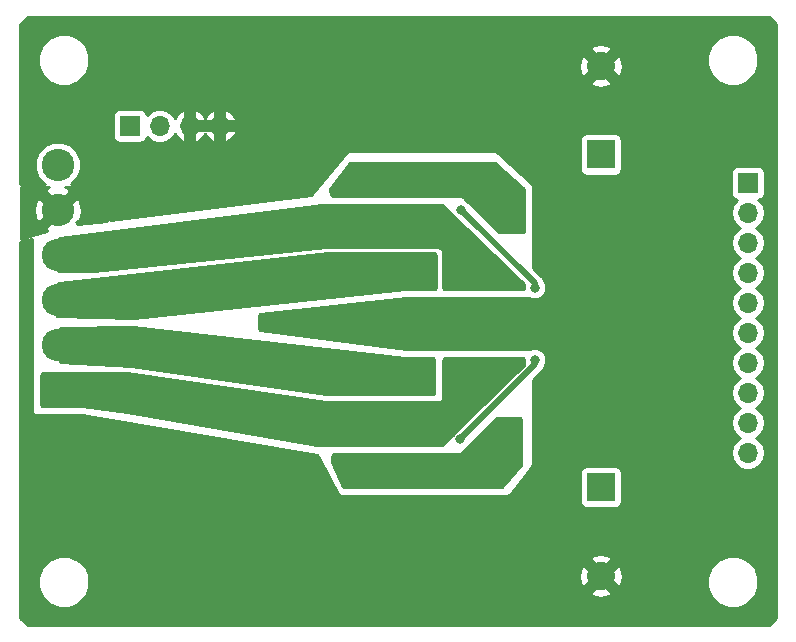
<source format=gbr>
G04 #@! TF.GenerationSoftware,KiCad,Pcbnew,5.0.0-fee4fd1~66~ubuntu16.04.1*
G04 #@! TF.CreationDate,2018-08-14T17:57:09-07:00*
G04 #@! TF.ProjectId,powerstep01-breakout,706F7765727374657030312D62726561,rev?*
G04 #@! TF.SameCoordinates,Original*
G04 #@! TF.FileFunction,Copper,L2,Bot,Signal*
G04 #@! TF.FilePolarity,Positive*
%FSLAX46Y46*%
G04 Gerber Fmt 4.6, Leading zero omitted, Abs format (unit mm)*
G04 Created by KiCad (PCBNEW 5.0.0-fee4fd1~66~ubuntu16.04.1) date Tue Aug 14 17:57:09 2018*
%MOMM*%
%LPD*%
G01*
G04 APERTURE LIST*
G04 #@! TA.AperFunction,ComponentPad*
%ADD10R,1.700000X1.700000*%
G04 #@! TD*
G04 #@! TA.AperFunction,ComponentPad*
%ADD11O,1.700000X1.700000*%
G04 #@! TD*
G04 #@! TA.AperFunction,ComponentPad*
%ADD12R,2.750000X2.750000*%
G04 #@! TD*
G04 #@! TA.AperFunction,ComponentPad*
%ADD13C,2.750000*%
G04 #@! TD*
G04 #@! TA.AperFunction,ComponentPad*
%ADD14R,2.400000X2.400000*%
G04 #@! TD*
G04 #@! TA.AperFunction,ComponentPad*
%ADD15C,2.400000*%
G04 #@! TD*
G04 #@! TA.AperFunction,ViaPad*
%ADD16C,0.800000*%
G04 #@! TD*
G04 #@! TA.AperFunction,Conductor*
%ADD17C,0.500000*%
G04 #@! TD*
G04 #@! TA.AperFunction,Conductor*
%ADD18C,0.250000*%
G04 #@! TD*
G04 APERTURE END LIST*
D10*
G04 #@! TO.P,J4,1*
G04 #@! TO.N,STBY_RESET*
X160020000Y-74676000D03*
D11*
G04 #@! TO.P,J4,2*
G04 #@! TO.N,SW*
X160020000Y-77216000D03*
G04 #@! TO.P,J4,3*
G04 #@! TO.N,STCK*
X160020000Y-79756000D03*
G04 #@! TO.P,J4,4*
G04 #@! TO.N,FLAG*
X160020000Y-82296000D03*
G04 #@! TO.P,J4,5*
G04 #@! TO.N,BUSY_SYNC*
X160020000Y-84836000D03*
G04 #@! TO.P,J4,6*
G04 #@! TO.N,SDO*
X160020000Y-87376000D03*
G04 #@! TO.P,J4,7*
G04 #@! TO.N,VDDIO*
X160020000Y-89916000D03*
G04 #@! TO.P,J4,8*
G04 #@! TO.N,SDI*
X160020000Y-92456000D03*
G04 #@! TO.P,J4,9*
G04 #@! TO.N,CK*
X160020000Y-94996000D03*
G04 #@! TO.P,J4,10*
G04 #@! TO.N,CS*
X160020000Y-97536000D03*
G04 #@! TD*
D12*
G04 #@! TO.P,J1,1*
G04 #@! TO.N,OUTB2*
X101600000Y-92202000D03*
D13*
G04 #@! TO.P,J1,2*
G04 #@! TO.N,OUTB1*
X101600000Y-88392000D03*
G04 #@! TO.P,J1,3*
G04 #@! TO.N,OUTA1*
X101600000Y-84582000D03*
G04 #@! TO.P,J1,4*
G04 #@! TO.N,OUTA2*
X101600000Y-80772000D03*
G04 #@! TO.P,J1,5*
G04 #@! TO.N,GND*
X101600000Y-76962000D03*
G04 #@! TO.P,J1,6*
G04 #@! TO.N,VIN*
X101600000Y-73152000D03*
G04 #@! TD*
D10*
G04 #@! TO.P,J2,1*
G04 #@! TO.N,VIN*
X107696000Y-69850000D03*
D11*
G04 #@! TO.P,J2,2*
X110236000Y-69850000D03*
G04 #@! TO.P,J2,3*
G04 #@! TO.N,GND*
X112776000Y-69850000D03*
G04 #@! TO.P,J2,4*
X115316000Y-69850000D03*
G04 #@! TD*
D14*
G04 #@! TO.P,C8,1*
G04 #@! TO.N,VIN*
X147574000Y-100450000D03*
D15*
G04 #@! TO.P,C8,2*
G04 #@! TO.N,GND*
X147574000Y-107950000D03*
G04 #@! TD*
G04 #@! TO.P,C7,2*
G04 #@! TO.N,GND*
X147574000Y-64770000D03*
D14*
G04 #@! TO.P,C7,1*
G04 #@! TO.N,VIN*
X147574000Y-72270000D03*
G04 #@! TD*
D16*
G04 #@! TO.N,VIN*
X139954000Y-97536000D03*
X140208000Y-95250000D03*
X127000000Y-98298000D03*
X125476000Y-75184000D03*
X128270000Y-98298000D03*
X125984000Y-99568000D03*
X127254000Y-99568000D03*
X125476000Y-98298000D03*
X127508000Y-73914000D03*
X138684000Y-77216000D03*
X139192000Y-98806000D03*
X138684000Y-97536000D03*
X140716000Y-78232000D03*
X139192000Y-75946000D03*
X128524000Y-99568000D03*
X139954000Y-74930000D03*
X128778000Y-73914000D03*
X139954000Y-77216000D03*
X126238000Y-73914000D03*
X138176000Y-96266000D03*
X139446000Y-78232000D03*
X128524000Y-75184000D03*
X140462000Y-75946000D03*
X127000000Y-75184000D03*
X139446000Y-96266000D03*
X138938000Y-95250000D03*
G04 #@! TO.N,GND*
X129286000Y-67056000D03*
X155194000Y-66802000D03*
X101346000Y-69596000D03*
X131318000Y-110236000D03*
X134366000Y-66802000D03*
X118364000Y-69850000D03*
X106934000Y-63246000D03*
X148082000Y-88138000D03*
X138938000Y-106934000D03*
X99568000Y-104394000D03*
X105410000Y-100076000D03*
X104648000Y-103886000D03*
X146558000Y-92202002D03*
X131064000Y-70612000D03*
X131572000Y-88392000D03*
X125476000Y-63246000D03*
X109728000Y-110236000D03*
X161544000Y-67818000D03*
X132588000Y-87630000D03*
X124714000Y-70104000D03*
X133858000Y-86614000D03*
X132588000Y-85598000D03*
X131572000Y-84836000D03*
X145034000Y-63246000D03*
X146558000Y-81280002D03*
X131064000Y-102616000D03*
X125730000Y-86614000D03*
X133858000Y-84836000D03*
X120142000Y-86614000D03*
X100584000Y-95504000D03*
X115316000Y-67056000D03*
X152146000Y-106934000D03*
X152400000Y-62992000D03*
X139954000Y-69850000D03*
X135890000Y-86614000D03*
X122936000Y-67056000D03*
X131572000Y-86614000D03*
X155956000Y-61214000D03*
X132588000Y-70612000D03*
X131826000Y-63246000D03*
X129540000Y-107442000D03*
X136652000Y-102616000D03*
X112522000Y-103886000D03*
X142240000Y-109982000D03*
X135890000Y-88392000D03*
X136398000Y-109982000D03*
X153670000Y-109982000D03*
X123190000Y-106172000D03*
X147828000Y-111252000D03*
X134874000Y-87630000D03*
X144272000Y-106934000D03*
X141478000Y-66802000D03*
X119380000Y-63246000D03*
X136652000Y-70612000D03*
X126238000Y-110236000D03*
X101346000Y-100584000D03*
X150114000Y-66802000D03*
X135890000Y-84836000D03*
X142494000Y-81788000D03*
X112522000Y-63500000D03*
X142494000Y-91440000D03*
X108712000Y-101092000D03*
X135128000Y-102616000D03*
X126238000Y-103886000D03*
X114300000Y-110236000D03*
X133858000Y-88392000D03*
X134874000Y-85598000D03*
X138176000Y-63246000D03*
X116840000Y-106680000D03*
X109982000Y-66802000D03*
X132588000Y-102616000D03*
X106680000Y-108712000D03*
X135128000Y-70612000D03*
X119888000Y-103886000D03*
X109728000Y-105664000D03*
X120650000Y-110236000D03*
G04 #@! TO.N,OUTA1*
X131826000Y-81280000D03*
X132488000Y-82349000D03*
X127254000Y-83058000D03*
X133096000Y-83312000D03*
X133096000Y-81280000D03*
X131826000Y-83312000D03*
G04 #@! TO.N,OUTA2*
X135890000Y-81280000D03*
X134620000Y-83312000D03*
X140468454Y-83263990D03*
X134620000Y-81280000D03*
X135228000Y-82349000D03*
X135890000Y-83312000D03*
G04 #@! TO.N,OUTB1*
X133096000Y-89916000D03*
X133096000Y-91948000D03*
X132488000Y-90879000D03*
X131826000Y-91948000D03*
X127254000Y-90170000D03*
X131826000Y-89916000D03*
G04 #@! TO.N,OUTB2*
X140468454Y-89964010D03*
X135890000Y-89916000D03*
X134620000Y-91948000D03*
X135228000Y-90879000D03*
X134620000Y-89916000D03*
X135890000Y-91948000D03*
G04 #@! TO.N,Net-(R1-Pad1)*
X135763000Y-76962000D03*
X141986000Y-83566000D03*
G04 #@! TO.N,Net-(R3-Pad1)*
X135636000Y-96393000D03*
X141986000Y-89662000D03*
G04 #@! TD*
D17*
G04 #@! TO.N,OUTA2*
X135890000Y-83312000D02*
X140420444Y-83312000D01*
X140420444Y-83312000D02*
X140468454Y-83263990D01*
G04 #@! TO.N,OUTB2*
X140420444Y-89916000D02*
X140468454Y-89964010D01*
X135890000Y-89916000D02*
X140420444Y-89916000D01*
G04 #@! TO.N,Net-(R1-Pad1)*
X141986000Y-83566000D02*
X141986000Y-83185000D01*
X141986000Y-83185000D02*
X135763000Y-76962000D01*
G04 #@! TO.N,Net-(R3-Pad1)*
X141986000Y-89662000D02*
X141986000Y-90043000D01*
X141986000Y-90043000D02*
X135636000Y-96393000D01*
G04 #@! TD*
D18*
G04 #@! TO.N,OUTA2*
G36*
X134227831Y-76616830D02*
X141057706Y-83198346D01*
X141099000Y-83295485D01*
X141099000Y-83595135D01*
X141069750Y-83665750D01*
X140999135Y-83695000D01*
X134336865Y-83695000D01*
X134266250Y-83665750D01*
X134237000Y-83595135D01*
X134237000Y-80464000D01*
X134227485Y-80416164D01*
X134168906Y-80274743D01*
X134141809Y-80234190D01*
X134101257Y-80207094D01*
X133959836Y-80148515D01*
X133912000Y-80139000D01*
X124343295Y-80139000D01*
X124336870Y-80139165D01*
X124316334Y-80140222D01*
X124309924Y-80140718D01*
X104648615Y-82170273D01*
X104634486Y-82171000D01*
X101707049Y-82171000D01*
X101635241Y-82140377D01*
X101607635Y-82067360D01*
X101716922Y-79444495D01*
X101743578Y-79380167D01*
X101805483Y-79348287D01*
X123951288Y-76580062D01*
X123968345Y-76579000D01*
X134134055Y-76579000D01*
X134227831Y-76616830D01*
X134227831Y-76616830D01*
G37*
X134227831Y-76616830D02*
X141057706Y-83198346D01*
X141099000Y-83295485D01*
X141099000Y-83595135D01*
X141069750Y-83665750D01*
X140999135Y-83695000D01*
X134336865Y-83695000D01*
X134266250Y-83665750D01*
X134237000Y-83595135D01*
X134237000Y-80464000D01*
X134227485Y-80416164D01*
X134168906Y-80274743D01*
X134141809Y-80234190D01*
X134101257Y-80207094D01*
X133959836Y-80148515D01*
X133912000Y-80139000D01*
X124343295Y-80139000D01*
X124336870Y-80139165D01*
X124316334Y-80140222D01*
X124309924Y-80140718D01*
X104648615Y-82170273D01*
X104634486Y-82171000D01*
X101707049Y-82171000D01*
X101635241Y-82140377D01*
X101607635Y-82067360D01*
X101716922Y-79444495D01*
X101743578Y-79380167D01*
X101805483Y-79348287D01*
X123951288Y-76580062D01*
X123968345Y-76579000D01*
X134134055Y-76579000D01*
X134227831Y-76616830D01*
G04 #@! TO.N,VIN*
G36*
X140816438Y-94642250D02*
X140845688Y-94712865D01*
X140845688Y-98454115D01*
X140812160Y-98543323D01*
X139175506Y-100413062D01*
X139074242Y-100459000D01*
X125897067Y-100459000D01*
X125776425Y-100380576D01*
X124851465Y-98298006D01*
X124839688Y-98242475D01*
X124839688Y-97760865D01*
X124868938Y-97690250D01*
X124939553Y-97661000D01*
X135553845Y-97661000D01*
X135601680Y-97651485D01*
X135743102Y-97592906D01*
X135783655Y-97565809D01*
X138696915Y-94652549D01*
X138792395Y-94613000D01*
X140745823Y-94613000D01*
X140816438Y-94642250D01*
X140816438Y-94642250D01*
G37*
X140816438Y-94642250D02*
X140845688Y-94712865D01*
X140845688Y-98454115D01*
X140812160Y-98543323D01*
X139175506Y-100413062D01*
X139074242Y-100459000D01*
X125897067Y-100459000D01*
X125776425Y-100380576D01*
X124851465Y-98298006D01*
X124839688Y-98242475D01*
X124839688Y-97760865D01*
X124868938Y-97690250D01*
X124939553Y-97661000D01*
X135553845Y-97661000D01*
X135601680Y-97651485D01*
X135743102Y-97592906D01*
X135783655Y-97565809D01*
X138696915Y-94652549D01*
X138792395Y-94613000D01*
X140745823Y-94613000D01*
X140816438Y-94642250D01*
G36*
X138668609Y-73057747D02*
X141048388Y-75199548D01*
X141092969Y-75299648D01*
X141092969Y-78769135D01*
X141063719Y-78839750D01*
X140993104Y-78869000D01*
X139039676Y-78869000D01*
X138944196Y-78829451D01*
X136030936Y-75916191D01*
X135990383Y-75889094D01*
X135848961Y-75830515D01*
X135801126Y-75821000D01*
X124893808Y-75821000D01*
X124769327Y-75730602D01*
X124621329Y-75275810D01*
X124642918Y-75152422D01*
X126258854Y-73074790D01*
X126364747Y-73023000D01*
X138578061Y-73023000D01*
X138668609Y-73057747D01*
X138668609Y-73057747D01*
G37*
X138668609Y-73057747D02*
X141048388Y-75199548D01*
X141092969Y-75299648D01*
X141092969Y-78769135D01*
X141063719Y-78839750D01*
X140993104Y-78869000D01*
X139039676Y-78869000D01*
X138944196Y-78829451D01*
X136030936Y-75916191D01*
X135990383Y-75889094D01*
X135848961Y-75830515D01*
X135801126Y-75821000D01*
X124893808Y-75821000D01*
X124769327Y-75730602D01*
X124621329Y-75275810D01*
X124642918Y-75152422D01*
X126258854Y-73074790D01*
X126364747Y-73023000D01*
X138578061Y-73023000D01*
X138668609Y-73057747D01*
G04 #@! TO.N,OUTB2*
G36*
X141082048Y-89562250D02*
X141111298Y-89632865D01*
X141111298Y-90059565D01*
X141078076Y-90137751D01*
X140765314Y-90450513D01*
X135251274Y-95767624D01*
X135225320Y-95778374D01*
X135021374Y-95982320D01*
X135016551Y-95993964D01*
X134113110Y-96865139D01*
X134019303Y-96903000D01*
X123605839Y-96903000D01*
X123582404Y-96900986D01*
X107467148Y-94111495D01*
X107464751Y-94111104D01*
X107457072Y-94109928D01*
X107454669Y-94109584D01*
X103661678Y-93603851D01*
X103653434Y-93603028D01*
X103627001Y-93601274D01*
X103618725Y-93601000D01*
X100300865Y-93601000D01*
X100230250Y-93571750D01*
X100201000Y-93501135D01*
X100201000Y-90902865D01*
X100230250Y-90832250D01*
X100300865Y-90803000D01*
X107435643Y-90803000D01*
X107455084Y-90804382D01*
X124313549Y-93212734D01*
X124322367Y-93213676D01*
X124350652Y-93215686D01*
X124359512Y-93216000D01*
X133924298Y-93216000D01*
X133972134Y-93206485D01*
X134113555Y-93147906D01*
X134154108Y-93120809D01*
X134181204Y-93080257D01*
X134239783Y-92938836D01*
X134249298Y-92891000D01*
X134249298Y-89632865D01*
X134278548Y-89562250D01*
X134349163Y-89533000D01*
X141011433Y-89533000D01*
X141082048Y-89562250D01*
X141082048Y-89562250D01*
G37*
X141082048Y-89562250D02*
X141111298Y-89632865D01*
X141111298Y-90059565D01*
X141078076Y-90137751D01*
X140765314Y-90450513D01*
X135251274Y-95767624D01*
X135225320Y-95778374D01*
X135021374Y-95982320D01*
X135016551Y-95993964D01*
X134113110Y-96865139D01*
X134019303Y-96903000D01*
X123605839Y-96903000D01*
X123582404Y-96900986D01*
X107467148Y-94111495D01*
X107464751Y-94111104D01*
X107457072Y-94109928D01*
X107454669Y-94109584D01*
X103661678Y-93603851D01*
X103653434Y-93603028D01*
X103627001Y-93601274D01*
X103618725Y-93601000D01*
X100300865Y-93601000D01*
X100230250Y-93571750D01*
X100201000Y-93501135D01*
X100201000Y-90902865D01*
X100230250Y-90832250D01*
X100300865Y-90803000D01*
X107435643Y-90803000D01*
X107455084Y-90804382D01*
X124313549Y-93212734D01*
X124322367Y-93213676D01*
X124350652Y-93215686D01*
X124359512Y-93216000D01*
X133924298Y-93216000D01*
X133972134Y-93206485D01*
X134113555Y-93147906D01*
X134154108Y-93120809D01*
X134181204Y-93080257D01*
X134239783Y-92938836D01*
X134249298Y-92891000D01*
X134249298Y-89632865D01*
X134278548Y-89562250D01*
X134349163Y-89533000D01*
X141011433Y-89533000D01*
X141082048Y-89562250D01*
G04 #@! TO.N,GND*
G36*
X100725221Y-75119983D02*
X100560403Y-75392073D01*
X101600000Y-76431670D01*
X102639597Y-75392073D01*
X102474779Y-75119983D01*
X102226358Y-75057339D01*
X102232005Y-75055000D01*
X103738738Y-75055000D01*
X105797293Y-75902640D01*
X105793228Y-77867624D01*
X103257826Y-78184549D01*
X103305354Y-78137021D01*
X103169929Y-78001596D01*
X103442017Y-77836779D01*
X103636566Y-77065281D01*
X103521066Y-76278059D01*
X103442017Y-76087221D01*
X103169927Y-75922403D01*
X102130330Y-76962000D01*
X102144473Y-76976143D01*
X101614143Y-77506473D01*
X101600000Y-77492330D01*
X100560403Y-78531927D01*
X100688169Y-78742849D01*
X99531028Y-79128563D01*
X98490000Y-79426749D01*
X98490000Y-76858719D01*
X99563434Y-76858719D01*
X99678934Y-77645941D01*
X99757983Y-77836779D01*
X100030073Y-78001597D01*
X101069670Y-76962000D01*
X100030073Y-75922403D01*
X99757983Y-76087221D01*
X99563434Y-76858719D01*
X98490000Y-76858719D01*
X98490000Y-75055000D01*
X100882101Y-75055000D01*
X100725221Y-75119983D01*
X100725221Y-75119983D01*
G37*
X100725221Y-75119983D02*
X100560403Y-75392073D01*
X101600000Y-76431670D01*
X102639597Y-75392073D01*
X102474779Y-75119983D01*
X102226358Y-75057339D01*
X102232005Y-75055000D01*
X103738738Y-75055000D01*
X105797293Y-75902640D01*
X105793228Y-77867624D01*
X103257826Y-78184549D01*
X103305354Y-78137021D01*
X103169929Y-78001596D01*
X103442017Y-77836779D01*
X103636566Y-77065281D01*
X103521066Y-76278059D01*
X103442017Y-76087221D01*
X103169927Y-75922403D01*
X102130330Y-76962000D01*
X102144473Y-76976143D01*
X101614143Y-77506473D01*
X101600000Y-77492330D01*
X100560403Y-78531927D01*
X100688169Y-78742849D01*
X99531028Y-79128563D01*
X98490000Y-79426749D01*
X98490000Y-76858719D01*
X99563434Y-76858719D01*
X99678934Y-77645941D01*
X99757983Y-77836779D01*
X100030073Y-78001597D01*
X101069670Y-76962000D01*
X100030073Y-75922403D01*
X99757983Y-76087221D01*
X99563434Y-76858719D01*
X98490000Y-76858719D01*
X98490000Y-75055000D01*
X100882101Y-75055000D01*
X100725221Y-75119983D01*
G04 #@! TO.N,OUTA1*
G36*
X133576750Y-80672250D02*
X133606000Y-80742865D01*
X133606000Y-83595135D01*
X133576750Y-83665750D01*
X133506135Y-83695000D01*
X131074468Y-83695000D01*
X131067933Y-83695171D01*
X131047054Y-83696264D01*
X131040539Y-83696776D01*
X108080077Y-86106991D01*
X108063150Y-86107716D01*
X101578158Y-85985358D01*
X101507466Y-85954021D01*
X101480461Y-85881560D01*
X101589809Y-83257193D01*
X101616928Y-83192405D01*
X101679712Y-83160920D01*
X124459360Y-80643832D01*
X124474460Y-80643000D01*
X133506135Y-80643000D01*
X133576750Y-80672250D01*
X133576750Y-80672250D01*
G37*
X133576750Y-80672250D02*
X133606000Y-80742865D01*
X133606000Y-83595135D01*
X133576750Y-83665750D01*
X133506135Y-83695000D01*
X131074468Y-83695000D01*
X131067933Y-83695171D01*
X131047054Y-83696264D01*
X131040539Y-83696776D01*
X108080077Y-86106991D01*
X108063150Y-86107716D01*
X101578158Y-85985358D01*
X101507466Y-85954021D01*
X101480461Y-85881560D01*
X101589809Y-83257193D01*
X101616928Y-83192405D01*
X101679712Y-83160920D01*
X124459360Y-80643832D01*
X124474460Y-80643000D01*
X133506135Y-80643000D01*
X133576750Y-80672250D01*
G04 #@! TO.N,OUTB1*
G36*
X107932216Y-86867209D02*
X131017167Y-89530858D01*
X131024320Y-89531476D01*
X131047245Y-89532794D01*
X131054420Y-89533000D01*
X133358055Y-89533000D01*
X133428670Y-89562250D01*
X133457920Y-89632865D01*
X133457920Y-92485135D01*
X133428670Y-92555750D01*
X133358055Y-92585000D01*
X124330992Y-92585000D01*
X124311124Y-92583556D01*
X107828291Y-90174526D01*
X107823095Y-90173877D01*
X107806435Y-90172151D01*
X107801219Y-90171721D01*
X101819224Y-89804231D01*
X101752257Y-89772809D01*
X101725000Y-89704041D01*
X101725000Y-87088564D01*
X101753593Y-87018542D01*
X101823028Y-86988550D01*
X107913694Y-86866331D01*
X107932216Y-86867209D01*
X107932216Y-86867209D01*
G37*
X107932216Y-86867209D02*
X131017167Y-89530858D01*
X131024320Y-89531476D01*
X131047245Y-89532794D01*
X131054420Y-89533000D01*
X133358055Y-89533000D01*
X133428670Y-89562250D01*
X133457920Y-89632865D01*
X133457920Y-92485135D01*
X133428670Y-92555750D01*
X133358055Y-92585000D01*
X124330992Y-92585000D01*
X124311124Y-92583556D01*
X107828291Y-90174526D01*
X107823095Y-90173877D01*
X107806435Y-90172151D01*
X107801219Y-90171721D01*
X101819224Y-89804231D01*
X101752257Y-89772809D01*
X101725000Y-89704041D01*
X101725000Y-87088564D01*
X101753593Y-87018542D01*
X101823028Y-86988550D01*
X107913694Y-86866331D01*
X107932216Y-86867209D01*
G04 #@! TO.N,GND*
G36*
X162418000Y-61229238D02*
X162418001Y-111490761D01*
X161782763Y-112126000D01*
X99075238Y-112126000D01*
X98440000Y-111490763D01*
X98440000Y-108025366D01*
X99933000Y-108025366D01*
X99933000Y-108890634D01*
X100264124Y-109690039D01*
X100875961Y-110301876D01*
X101675366Y-110633000D01*
X102540634Y-110633000D01*
X103340039Y-110301876D01*
X103951876Y-109690039D01*
X104075783Y-109390900D01*
X146663430Y-109390900D01*
X146806099Y-109644914D01*
X147513168Y-109809759D01*
X148229496Y-109691472D01*
X148341901Y-109644914D01*
X148484570Y-109390900D01*
X147574000Y-108480330D01*
X146663430Y-109390900D01*
X104075783Y-109390900D01*
X104283000Y-108890634D01*
X104283000Y-108025366D01*
X104226586Y-107889168D01*
X145714241Y-107889168D01*
X145832528Y-108605496D01*
X145879086Y-108717901D01*
X146133100Y-108860570D01*
X147043670Y-107950000D01*
X148104330Y-107950000D01*
X149014900Y-108860570D01*
X149268914Y-108717901D01*
X149430370Y-108025366D01*
X156575000Y-108025366D01*
X156575000Y-108890634D01*
X156906124Y-109690039D01*
X157517961Y-110301876D01*
X158317366Y-110633000D01*
X159182634Y-110633000D01*
X159982039Y-110301876D01*
X160593876Y-109690039D01*
X160925000Y-108890634D01*
X160925000Y-108025366D01*
X160593876Y-107225961D01*
X159982039Y-106614124D01*
X159182634Y-106283000D01*
X158317366Y-106283000D01*
X157517961Y-106614124D01*
X156906124Y-107225961D01*
X156575000Y-108025366D01*
X149430370Y-108025366D01*
X149433759Y-108010832D01*
X149315472Y-107294504D01*
X149268914Y-107182099D01*
X149014900Y-107039430D01*
X148104330Y-107950000D01*
X147043670Y-107950000D01*
X146133100Y-107039430D01*
X145879086Y-107182099D01*
X145714241Y-107889168D01*
X104226586Y-107889168D01*
X103951876Y-107225961D01*
X103340039Y-106614124D01*
X103086489Y-106509100D01*
X146663430Y-106509100D01*
X147574000Y-107419670D01*
X148484570Y-106509100D01*
X148341901Y-106255086D01*
X147634832Y-106090241D01*
X146918504Y-106208528D01*
X146806099Y-106255086D01*
X146663430Y-106509100D01*
X103086489Y-106509100D01*
X102540634Y-106283000D01*
X101675366Y-106283000D01*
X100875961Y-106614124D01*
X100264124Y-107225961D01*
X99933000Y-108025366D01*
X98440000Y-108025366D01*
X98440000Y-79701125D01*
X99443000Y-79413831D01*
X99443000Y-94034000D01*
X99452515Y-94081836D01*
X99511094Y-94223257D01*
X99538191Y-94263810D01*
X99578743Y-94290906D01*
X99720164Y-94349485D01*
X99768000Y-94359000D01*
X103609978Y-94359000D01*
X103632872Y-94360922D01*
X123549829Y-97727649D01*
X123646478Y-97798109D01*
X125309064Y-101004524D01*
X125355100Y-101053796D01*
X125532651Y-101161733D01*
X125597584Y-101179921D01*
X139603875Y-101179921D01*
X139658024Y-101167584D01*
X139814198Y-101092523D01*
X139857658Y-101057947D01*
X141304015Y-99250000D01*
X145787736Y-99250000D01*
X145787736Y-101650000D01*
X145832363Y-101874354D01*
X145959449Y-102064551D01*
X146149646Y-102191637D01*
X146374000Y-102236264D01*
X148774000Y-102236264D01*
X148998354Y-102191637D01*
X149188551Y-102064551D01*
X149315637Y-101874354D01*
X149360264Y-101650000D01*
X149360264Y-99250000D01*
X149315637Y-99025646D01*
X149188551Y-98835449D01*
X148998354Y-98708363D01*
X148774000Y-98663736D01*
X146374000Y-98663736D01*
X146149646Y-98708363D01*
X145959449Y-98835449D01*
X145832363Y-99025646D01*
X145787736Y-99250000D01*
X141304015Y-99250000D01*
X141785783Y-98647791D01*
X141806128Y-98611080D01*
X141849954Y-98486141D01*
X141857000Y-98444765D01*
X141857000Y-91338727D01*
X142511913Y-90683814D01*
X142580791Y-90637791D01*
X142626814Y-90568913D01*
X142626816Y-90568911D01*
X142763132Y-90364899D01*
X142778953Y-90285363D01*
X142788254Y-90238604D01*
X142812565Y-90214293D01*
X142961000Y-89855939D01*
X142961000Y-89468061D01*
X142812565Y-89109707D01*
X142538293Y-88835435D01*
X142179939Y-88687000D01*
X141792061Y-88687000D01*
X141612996Y-88761171D01*
X141579836Y-88747436D01*
X141532000Y-88737921D01*
X131081158Y-88737921D01*
X131063259Y-88736751D01*
X118703792Y-87113790D01*
X118641059Y-87080279D01*
X118616000Y-87013716D01*
X118616000Y-85890001D01*
X118641685Y-85822791D01*
X118705649Y-85789840D01*
X131063345Y-84416762D01*
X131078539Y-84415921D01*
X141490093Y-84415921D01*
X141792061Y-84541000D01*
X142179939Y-84541000D01*
X142538293Y-84392565D01*
X142812565Y-84118293D01*
X142961000Y-83759939D01*
X142961000Y-83372061D01*
X142812565Y-83013707D01*
X142788254Y-82989396D01*
X142763132Y-82863101D01*
X142580791Y-82590209D01*
X142511910Y-82544184D01*
X141857000Y-81889274D01*
X141857000Y-77216000D01*
X158567083Y-77216000D01*
X158677680Y-77772007D01*
X158992633Y-78243367D01*
X159355759Y-78486000D01*
X158992633Y-78728633D01*
X158677680Y-79199993D01*
X158567083Y-79756000D01*
X158677680Y-80312007D01*
X158992633Y-80783367D01*
X159355759Y-81026000D01*
X158992633Y-81268633D01*
X158677680Y-81739993D01*
X158567083Y-82296000D01*
X158677680Y-82852007D01*
X158992633Y-83323367D01*
X159355759Y-83566000D01*
X158992633Y-83808633D01*
X158677680Y-84279993D01*
X158567083Y-84836000D01*
X158677680Y-85392007D01*
X158992633Y-85863367D01*
X159355759Y-86106000D01*
X158992633Y-86348633D01*
X158677680Y-86819993D01*
X158567083Y-87376000D01*
X158677680Y-87932007D01*
X158992633Y-88403367D01*
X159355759Y-88646000D01*
X158992633Y-88888633D01*
X158677680Y-89359993D01*
X158567083Y-89916000D01*
X158677680Y-90472007D01*
X158992633Y-90943367D01*
X159355759Y-91186000D01*
X158992633Y-91428633D01*
X158677680Y-91899993D01*
X158567083Y-92456000D01*
X158677680Y-93012007D01*
X158992633Y-93483367D01*
X159355759Y-93726000D01*
X158992633Y-93968633D01*
X158677680Y-94439993D01*
X158567083Y-94996000D01*
X158677680Y-95552007D01*
X158992633Y-96023367D01*
X159355759Y-96266000D01*
X158992633Y-96508633D01*
X158677680Y-96979993D01*
X158567083Y-97536000D01*
X158677680Y-98092007D01*
X158992633Y-98563367D01*
X159463993Y-98878320D01*
X159879652Y-98961000D01*
X160160348Y-98961000D01*
X160576007Y-98878320D01*
X161047367Y-98563367D01*
X161362320Y-98092007D01*
X161472917Y-97536000D01*
X161362320Y-96979993D01*
X161047367Y-96508633D01*
X160684241Y-96266000D01*
X161047367Y-96023367D01*
X161362320Y-95552007D01*
X161472917Y-94996000D01*
X161362320Y-94439993D01*
X161047367Y-93968633D01*
X160684241Y-93726000D01*
X161047367Y-93483367D01*
X161362320Y-93012007D01*
X161472917Y-92456000D01*
X161362320Y-91899993D01*
X161047367Y-91428633D01*
X160684241Y-91186000D01*
X161047367Y-90943367D01*
X161362320Y-90472007D01*
X161472917Y-89916000D01*
X161362320Y-89359993D01*
X161047367Y-88888633D01*
X160684241Y-88646000D01*
X161047367Y-88403367D01*
X161362320Y-87932007D01*
X161472917Y-87376000D01*
X161362320Y-86819993D01*
X161047367Y-86348633D01*
X160684241Y-86106000D01*
X161047367Y-85863367D01*
X161362320Y-85392007D01*
X161472917Y-84836000D01*
X161362320Y-84279993D01*
X161047367Y-83808633D01*
X160684241Y-83566000D01*
X161047367Y-83323367D01*
X161362320Y-82852007D01*
X161472917Y-82296000D01*
X161362320Y-81739993D01*
X161047367Y-81268633D01*
X160684241Y-81026000D01*
X161047367Y-80783367D01*
X161362320Y-80312007D01*
X161472917Y-79756000D01*
X161362320Y-79199993D01*
X161047367Y-78728633D01*
X160684241Y-78486000D01*
X161047367Y-78243367D01*
X161362320Y-77772007D01*
X161472917Y-77216000D01*
X161362320Y-76659993D01*
X161047367Y-76188633D01*
X160918604Y-76102596D01*
X161094354Y-76067637D01*
X161284551Y-75940551D01*
X161411637Y-75750354D01*
X161456264Y-75526000D01*
X161456264Y-73826000D01*
X161411637Y-73601646D01*
X161284551Y-73411449D01*
X161094354Y-73284363D01*
X160870000Y-73239736D01*
X159170000Y-73239736D01*
X158945646Y-73284363D01*
X158755449Y-73411449D01*
X158628363Y-73601646D01*
X158583736Y-73826000D01*
X158583736Y-75526000D01*
X158628363Y-75750354D01*
X158755449Y-75940551D01*
X158945646Y-76067637D01*
X159121396Y-76102596D01*
X158992633Y-76188633D01*
X158677680Y-76659993D01*
X158567083Y-77216000D01*
X141857000Y-77216000D01*
X141857000Y-74980901D01*
X141846418Y-74930568D01*
X141781563Y-74783138D01*
X141751611Y-74741327D01*
X138825814Y-72059346D01*
X138786663Y-72034993D01*
X138651518Y-71982424D01*
X138606203Y-71973921D01*
X126332090Y-71973921D01*
X126278878Y-71985813D01*
X126124799Y-72058299D01*
X126081712Y-72091711D01*
X123159193Y-75623088D01*
X123072210Y-75671005D01*
X106043255Y-77855221D01*
X106047467Y-75819259D01*
X106037852Y-75770923D01*
X106010670Y-75730427D01*
X105970061Y-75703415D01*
X103811061Y-74814415D01*
X103763467Y-74805000D01*
X102704716Y-74805000D01*
X103253130Y-74256586D01*
X103550000Y-73539879D01*
X103550000Y-72764121D01*
X103253130Y-72047414D01*
X102704586Y-71498870D01*
X101987879Y-71202000D01*
X101212121Y-71202000D01*
X100495414Y-71498870D01*
X99946870Y-72047414D01*
X99650000Y-72764121D01*
X99650000Y-73539879D01*
X99946870Y-74256586D01*
X100495284Y-74805000D01*
X98440000Y-74805000D01*
X98440000Y-69000000D01*
X106259736Y-69000000D01*
X106259736Y-70700000D01*
X106304363Y-70924354D01*
X106431449Y-71114551D01*
X106621646Y-71241637D01*
X106846000Y-71286264D01*
X108546000Y-71286264D01*
X108770354Y-71241637D01*
X108960551Y-71114551D01*
X109087637Y-70924354D01*
X109122596Y-70748604D01*
X109208633Y-70877367D01*
X109679993Y-71192320D01*
X110095652Y-71275000D01*
X110376348Y-71275000D01*
X110792007Y-71192320D01*
X111263367Y-70877367D01*
X111490916Y-70536816D01*
X111755591Y-70915118D01*
X112182458Y-71200308D01*
X112401000Y-71114309D01*
X112401000Y-70225000D01*
X113151000Y-70225000D01*
X113151000Y-71114309D01*
X113369542Y-71200308D01*
X113796409Y-70915118D01*
X114046000Y-70558375D01*
X114295591Y-70915118D01*
X114722458Y-71200308D01*
X114941000Y-71114309D01*
X114941000Y-70225000D01*
X115691000Y-70225000D01*
X115691000Y-71114309D01*
X115909542Y-71200308D01*
X116104584Y-71070000D01*
X145787736Y-71070000D01*
X145787736Y-73470000D01*
X145832363Y-73694354D01*
X145959449Y-73884551D01*
X146149646Y-74011637D01*
X146374000Y-74056264D01*
X148774000Y-74056264D01*
X148998354Y-74011637D01*
X149188551Y-73884551D01*
X149315637Y-73694354D01*
X149360264Y-73470000D01*
X149360264Y-71070000D01*
X149315637Y-70845646D01*
X149188551Y-70655449D01*
X148998354Y-70528363D01*
X148774000Y-70483736D01*
X146374000Y-70483736D01*
X146149646Y-70528363D01*
X145959449Y-70655449D01*
X145832363Y-70845646D01*
X145787736Y-71070000D01*
X116104584Y-71070000D01*
X116336409Y-70915118D01*
X116666338Y-70443547D01*
X116586314Y-70225000D01*
X115691000Y-70225000D01*
X114941000Y-70225000D01*
X113151000Y-70225000D01*
X112401000Y-70225000D01*
X112381000Y-70225000D01*
X112381000Y-69475000D01*
X112401000Y-69475000D01*
X112401000Y-68585691D01*
X113151000Y-68585691D01*
X113151000Y-69475000D01*
X114941000Y-69475000D01*
X114941000Y-68585691D01*
X115691000Y-68585691D01*
X115691000Y-69475000D01*
X116586314Y-69475000D01*
X116666338Y-69256453D01*
X116336409Y-68784882D01*
X115909542Y-68499692D01*
X115691000Y-68585691D01*
X114941000Y-68585691D01*
X114722458Y-68499692D01*
X114295591Y-68784882D01*
X114046000Y-69141625D01*
X113796409Y-68784882D01*
X113369542Y-68499692D01*
X113151000Y-68585691D01*
X112401000Y-68585691D01*
X112182458Y-68499692D01*
X111755591Y-68784882D01*
X111490916Y-69163184D01*
X111263367Y-68822633D01*
X110792007Y-68507680D01*
X110376348Y-68425000D01*
X110095652Y-68425000D01*
X109679993Y-68507680D01*
X109208633Y-68822633D01*
X109122596Y-68951396D01*
X109087637Y-68775646D01*
X108960551Y-68585449D01*
X108770354Y-68458363D01*
X108546000Y-68413736D01*
X106846000Y-68413736D01*
X106621646Y-68458363D01*
X106431449Y-68585449D01*
X106304363Y-68775646D01*
X106259736Y-69000000D01*
X98440000Y-69000000D01*
X98440000Y-63829366D01*
X99933000Y-63829366D01*
X99933000Y-64694634D01*
X100264124Y-65494039D01*
X100875961Y-66105876D01*
X101675366Y-66437000D01*
X102540634Y-66437000D01*
X103086488Y-66210900D01*
X146663430Y-66210900D01*
X146806099Y-66464914D01*
X147513168Y-66629759D01*
X148229496Y-66511472D01*
X148341901Y-66464914D01*
X148484570Y-66210900D01*
X147574000Y-65300330D01*
X146663430Y-66210900D01*
X103086488Y-66210900D01*
X103340039Y-66105876D01*
X103951876Y-65494039D01*
X104276979Y-64709168D01*
X145714241Y-64709168D01*
X145832528Y-65425496D01*
X145879086Y-65537901D01*
X146133100Y-65680570D01*
X147043670Y-64770000D01*
X148104330Y-64770000D01*
X149014900Y-65680570D01*
X149268914Y-65537901D01*
X149433759Y-64830832D01*
X149315472Y-64114504D01*
X149268914Y-64002099D01*
X149014900Y-63859430D01*
X148104330Y-64770000D01*
X147043670Y-64770000D01*
X146133100Y-63859430D01*
X145879086Y-64002099D01*
X145714241Y-64709168D01*
X104276979Y-64709168D01*
X104283000Y-64694634D01*
X104283000Y-63829366D01*
X104075784Y-63329100D01*
X146663430Y-63329100D01*
X147574000Y-64239670D01*
X147984304Y-63829366D01*
X156575000Y-63829366D01*
X156575000Y-64694634D01*
X156906124Y-65494039D01*
X157517961Y-66105876D01*
X158317366Y-66437000D01*
X159182634Y-66437000D01*
X159982039Y-66105876D01*
X160593876Y-65494039D01*
X160925000Y-64694634D01*
X160925000Y-63829366D01*
X160593876Y-63029961D01*
X159982039Y-62418124D01*
X159182634Y-62087000D01*
X158317366Y-62087000D01*
X157517961Y-62418124D01*
X156906124Y-63029961D01*
X156575000Y-63829366D01*
X147984304Y-63829366D01*
X148484570Y-63329100D01*
X148341901Y-63075086D01*
X147634832Y-62910241D01*
X146918504Y-63028528D01*
X146806099Y-63075086D01*
X146663430Y-63329100D01*
X104075784Y-63329100D01*
X103951876Y-63029961D01*
X103340039Y-62418124D01*
X102540634Y-62087000D01*
X101675366Y-62087000D01*
X100875961Y-62418124D01*
X100264124Y-63029961D01*
X99933000Y-63829366D01*
X98440000Y-63829366D01*
X98440000Y-61229237D01*
X99075238Y-60594000D01*
X161782763Y-60594000D01*
X162418000Y-61229238D01*
X162418000Y-61229238D01*
G37*
X162418000Y-61229238D02*
X162418001Y-111490761D01*
X161782763Y-112126000D01*
X99075238Y-112126000D01*
X98440000Y-111490763D01*
X98440000Y-108025366D01*
X99933000Y-108025366D01*
X99933000Y-108890634D01*
X100264124Y-109690039D01*
X100875961Y-110301876D01*
X101675366Y-110633000D01*
X102540634Y-110633000D01*
X103340039Y-110301876D01*
X103951876Y-109690039D01*
X104075783Y-109390900D01*
X146663430Y-109390900D01*
X146806099Y-109644914D01*
X147513168Y-109809759D01*
X148229496Y-109691472D01*
X148341901Y-109644914D01*
X148484570Y-109390900D01*
X147574000Y-108480330D01*
X146663430Y-109390900D01*
X104075783Y-109390900D01*
X104283000Y-108890634D01*
X104283000Y-108025366D01*
X104226586Y-107889168D01*
X145714241Y-107889168D01*
X145832528Y-108605496D01*
X145879086Y-108717901D01*
X146133100Y-108860570D01*
X147043670Y-107950000D01*
X148104330Y-107950000D01*
X149014900Y-108860570D01*
X149268914Y-108717901D01*
X149430370Y-108025366D01*
X156575000Y-108025366D01*
X156575000Y-108890634D01*
X156906124Y-109690039D01*
X157517961Y-110301876D01*
X158317366Y-110633000D01*
X159182634Y-110633000D01*
X159982039Y-110301876D01*
X160593876Y-109690039D01*
X160925000Y-108890634D01*
X160925000Y-108025366D01*
X160593876Y-107225961D01*
X159982039Y-106614124D01*
X159182634Y-106283000D01*
X158317366Y-106283000D01*
X157517961Y-106614124D01*
X156906124Y-107225961D01*
X156575000Y-108025366D01*
X149430370Y-108025366D01*
X149433759Y-108010832D01*
X149315472Y-107294504D01*
X149268914Y-107182099D01*
X149014900Y-107039430D01*
X148104330Y-107950000D01*
X147043670Y-107950000D01*
X146133100Y-107039430D01*
X145879086Y-107182099D01*
X145714241Y-107889168D01*
X104226586Y-107889168D01*
X103951876Y-107225961D01*
X103340039Y-106614124D01*
X103086489Y-106509100D01*
X146663430Y-106509100D01*
X147574000Y-107419670D01*
X148484570Y-106509100D01*
X148341901Y-106255086D01*
X147634832Y-106090241D01*
X146918504Y-106208528D01*
X146806099Y-106255086D01*
X146663430Y-106509100D01*
X103086489Y-106509100D01*
X102540634Y-106283000D01*
X101675366Y-106283000D01*
X100875961Y-106614124D01*
X100264124Y-107225961D01*
X99933000Y-108025366D01*
X98440000Y-108025366D01*
X98440000Y-79701125D01*
X99443000Y-79413831D01*
X99443000Y-94034000D01*
X99452515Y-94081836D01*
X99511094Y-94223257D01*
X99538191Y-94263810D01*
X99578743Y-94290906D01*
X99720164Y-94349485D01*
X99768000Y-94359000D01*
X103609978Y-94359000D01*
X103632872Y-94360922D01*
X123549829Y-97727649D01*
X123646478Y-97798109D01*
X125309064Y-101004524D01*
X125355100Y-101053796D01*
X125532651Y-101161733D01*
X125597584Y-101179921D01*
X139603875Y-101179921D01*
X139658024Y-101167584D01*
X139814198Y-101092523D01*
X139857658Y-101057947D01*
X141304015Y-99250000D01*
X145787736Y-99250000D01*
X145787736Y-101650000D01*
X145832363Y-101874354D01*
X145959449Y-102064551D01*
X146149646Y-102191637D01*
X146374000Y-102236264D01*
X148774000Y-102236264D01*
X148998354Y-102191637D01*
X149188551Y-102064551D01*
X149315637Y-101874354D01*
X149360264Y-101650000D01*
X149360264Y-99250000D01*
X149315637Y-99025646D01*
X149188551Y-98835449D01*
X148998354Y-98708363D01*
X148774000Y-98663736D01*
X146374000Y-98663736D01*
X146149646Y-98708363D01*
X145959449Y-98835449D01*
X145832363Y-99025646D01*
X145787736Y-99250000D01*
X141304015Y-99250000D01*
X141785783Y-98647791D01*
X141806128Y-98611080D01*
X141849954Y-98486141D01*
X141857000Y-98444765D01*
X141857000Y-91338727D01*
X142511913Y-90683814D01*
X142580791Y-90637791D01*
X142626814Y-90568913D01*
X142626816Y-90568911D01*
X142763132Y-90364899D01*
X142778953Y-90285363D01*
X142788254Y-90238604D01*
X142812565Y-90214293D01*
X142961000Y-89855939D01*
X142961000Y-89468061D01*
X142812565Y-89109707D01*
X142538293Y-88835435D01*
X142179939Y-88687000D01*
X141792061Y-88687000D01*
X141612996Y-88761171D01*
X141579836Y-88747436D01*
X141532000Y-88737921D01*
X131081158Y-88737921D01*
X131063259Y-88736751D01*
X118703792Y-87113790D01*
X118641059Y-87080279D01*
X118616000Y-87013716D01*
X118616000Y-85890001D01*
X118641685Y-85822791D01*
X118705649Y-85789840D01*
X131063345Y-84416762D01*
X131078539Y-84415921D01*
X141490093Y-84415921D01*
X141792061Y-84541000D01*
X142179939Y-84541000D01*
X142538293Y-84392565D01*
X142812565Y-84118293D01*
X142961000Y-83759939D01*
X142961000Y-83372061D01*
X142812565Y-83013707D01*
X142788254Y-82989396D01*
X142763132Y-82863101D01*
X142580791Y-82590209D01*
X142511910Y-82544184D01*
X141857000Y-81889274D01*
X141857000Y-77216000D01*
X158567083Y-77216000D01*
X158677680Y-77772007D01*
X158992633Y-78243367D01*
X159355759Y-78486000D01*
X158992633Y-78728633D01*
X158677680Y-79199993D01*
X158567083Y-79756000D01*
X158677680Y-80312007D01*
X158992633Y-80783367D01*
X159355759Y-81026000D01*
X158992633Y-81268633D01*
X158677680Y-81739993D01*
X158567083Y-82296000D01*
X158677680Y-82852007D01*
X158992633Y-83323367D01*
X159355759Y-83566000D01*
X158992633Y-83808633D01*
X158677680Y-84279993D01*
X158567083Y-84836000D01*
X158677680Y-85392007D01*
X158992633Y-85863367D01*
X159355759Y-86106000D01*
X158992633Y-86348633D01*
X158677680Y-86819993D01*
X158567083Y-87376000D01*
X158677680Y-87932007D01*
X158992633Y-88403367D01*
X159355759Y-88646000D01*
X158992633Y-88888633D01*
X158677680Y-89359993D01*
X158567083Y-89916000D01*
X158677680Y-90472007D01*
X158992633Y-90943367D01*
X159355759Y-91186000D01*
X158992633Y-91428633D01*
X158677680Y-91899993D01*
X158567083Y-92456000D01*
X158677680Y-93012007D01*
X158992633Y-93483367D01*
X159355759Y-93726000D01*
X158992633Y-93968633D01*
X158677680Y-94439993D01*
X158567083Y-94996000D01*
X158677680Y-95552007D01*
X158992633Y-96023367D01*
X159355759Y-96266000D01*
X158992633Y-96508633D01*
X158677680Y-96979993D01*
X158567083Y-97536000D01*
X158677680Y-98092007D01*
X158992633Y-98563367D01*
X159463993Y-98878320D01*
X159879652Y-98961000D01*
X160160348Y-98961000D01*
X160576007Y-98878320D01*
X161047367Y-98563367D01*
X161362320Y-98092007D01*
X161472917Y-97536000D01*
X161362320Y-96979993D01*
X161047367Y-96508633D01*
X160684241Y-96266000D01*
X161047367Y-96023367D01*
X161362320Y-95552007D01*
X161472917Y-94996000D01*
X161362320Y-94439993D01*
X161047367Y-93968633D01*
X160684241Y-93726000D01*
X161047367Y-93483367D01*
X161362320Y-93012007D01*
X161472917Y-92456000D01*
X161362320Y-91899993D01*
X161047367Y-91428633D01*
X160684241Y-91186000D01*
X161047367Y-90943367D01*
X161362320Y-90472007D01*
X161472917Y-89916000D01*
X161362320Y-89359993D01*
X161047367Y-88888633D01*
X160684241Y-88646000D01*
X161047367Y-88403367D01*
X161362320Y-87932007D01*
X161472917Y-87376000D01*
X161362320Y-86819993D01*
X161047367Y-86348633D01*
X160684241Y-86106000D01*
X161047367Y-85863367D01*
X161362320Y-85392007D01*
X161472917Y-84836000D01*
X161362320Y-84279993D01*
X161047367Y-83808633D01*
X160684241Y-83566000D01*
X161047367Y-83323367D01*
X161362320Y-82852007D01*
X161472917Y-82296000D01*
X161362320Y-81739993D01*
X161047367Y-81268633D01*
X160684241Y-81026000D01*
X161047367Y-80783367D01*
X161362320Y-80312007D01*
X161472917Y-79756000D01*
X161362320Y-79199993D01*
X161047367Y-78728633D01*
X160684241Y-78486000D01*
X161047367Y-78243367D01*
X161362320Y-77772007D01*
X161472917Y-77216000D01*
X161362320Y-76659993D01*
X161047367Y-76188633D01*
X160918604Y-76102596D01*
X161094354Y-76067637D01*
X161284551Y-75940551D01*
X161411637Y-75750354D01*
X161456264Y-75526000D01*
X161456264Y-73826000D01*
X161411637Y-73601646D01*
X161284551Y-73411449D01*
X161094354Y-73284363D01*
X160870000Y-73239736D01*
X159170000Y-73239736D01*
X158945646Y-73284363D01*
X158755449Y-73411449D01*
X158628363Y-73601646D01*
X158583736Y-73826000D01*
X158583736Y-75526000D01*
X158628363Y-75750354D01*
X158755449Y-75940551D01*
X158945646Y-76067637D01*
X159121396Y-76102596D01*
X158992633Y-76188633D01*
X158677680Y-76659993D01*
X158567083Y-77216000D01*
X141857000Y-77216000D01*
X141857000Y-74980901D01*
X141846418Y-74930568D01*
X141781563Y-74783138D01*
X141751611Y-74741327D01*
X138825814Y-72059346D01*
X138786663Y-72034993D01*
X138651518Y-71982424D01*
X138606203Y-71973921D01*
X126332090Y-71973921D01*
X126278878Y-71985813D01*
X126124799Y-72058299D01*
X126081712Y-72091711D01*
X123159193Y-75623088D01*
X123072210Y-75671005D01*
X106043255Y-77855221D01*
X106047467Y-75819259D01*
X106037852Y-75770923D01*
X106010670Y-75730427D01*
X105970061Y-75703415D01*
X103811061Y-74814415D01*
X103763467Y-74805000D01*
X102704716Y-74805000D01*
X103253130Y-74256586D01*
X103550000Y-73539879D01*
X103550000Y-72764121D01*
X103253130Y-72047414D01*
X102704586Y-71498870D01*
X101987879Y-71202000D01*
X101212121Y-71202000D01*
X100495414Y-71498870D01*
X99946870Y-72047414D01*
X99650000Y-72764121D01*
X99650000Y-73539879D01*
X99946870Y-74256586D01*
X100495284Y-74805000D01*
X98440000Y-74805000D01*
X98440000Y-69000000D01*
X106259736Y-69000000D01*
X106259736Y-70700000D01*
X106304363Y-70924354D01*
X106431449Y-71114551D01*
X106621646Y-71241637D01*
X106846000Y-71286264D01*
X108546000Y-71286264D01*
X108770354Y-71241637D01*
X108960551Y-71114551D01*
X109087637Y-70924354D01*
X109122596Y-70748604D01*
X109208633Y-70877367D01*
X109679993Y-71192320D01*
X110095652Y-71275000D01*
X110376348Y-71275000D01*
X110792007Y-71192320D01*
X111263367Y-70877367D01*
X111490916Y-70536816D01*
X111755591Y-70915118D01*
X112182458Y-71200308D01*
X112401000Y-71114309D01*
X112401000Y-70225000D01*
X113151000Y-70225000D01*
X113151000Y-71114309D01*
X113369542Y-71200308D01*
X113796409Y-70915118D01*
X114046000Y-70558375D01*
X114295591Y-70915118D01*
X114722458Y-71200308D01*
X114941000Y-71114309D01*
X114941000Y-70225000D01*
X115691000Y-70225000D01*
X115691000Y-71114309D01*
X115909542Y-71200308D01*
X116104584Y-71070000D01*
X145787736Y-71070000D01*
X145787736Y-73470000D01*
X145832363Y-73694354D01*
X145959449Y-73884551D01*
X146149646Y-74011637D01*
X146374000Y-74056264D01*
X148774000Y-74056264D01*
X148998354Y-74011637D01*
X149188551Y-73884551D01*
X149315637Y-73694354D01*
X149360264Y-73470000D01*
X149360264Y-71070000D01*
X149315637Y-70845646D01*
X149188551Y-70655449D01*
X148998354Y-70528363D01*
X148774000Y-70483736D01*
X146374000Y-70483736D01*
X146149646Y-70528363D01*
X145959449Y-70655449D01*
X145832363Y-70845646D01*
X145787736Y-71070000D01*
X116104584Y-71070000D01*
X116336409Y-70915118D01*
X116666338Y-70443547D01*
X116586314Y-70225000D01*
X115691000Y-70225000D01*
X114941000Y-70225000D01*
X113151000Y-70225000D01*
X112401000Y-70225000D01*
X112381000Y-70225000D01*
X112381000Y-69475000D01*
X112401000Y-69475000D01*
X112401000Y-68585691D01*
X113151000Y-68585691D01*
X113151000Y-69475000D01*
X114941000Y-69475000D01*
X114941000Y-68585691D01*
X115691000Y-68585691D01*
X115691000Y-69475000D01*
X116586314Y-69475000D01*
X116666338Y-69256453D01*
X116336409Y-68784882D01*
X115909542Y-68499692D01*
X115691000Y-68585691D01*
X114941000Y-68585691D01*
X114722458Y-68499692D01*
X114295591Y-68784882D01*
X114046000Y-69141625D01*
X113796409Y-68784882D01*
X113369542Y-68499692D01*
X113151000Y-68585691D01*
X112401000Y-68585691D01*
X112182458Y-68499692D01*
X111755591Y-68784882D01*
X111490916Y-69163184D01*
X111263367Y-68822633D01*
X110792007Y-68507680D01*
X110376348Y-68425000D01*
X110095652Y-68425000D01*
X109679993Y-68507680D01*
X109208633Y-68822633D01*
X109122596Y-68951396D01*
X109087637Y-68775646D01*
X108960551Y-68585449D01*
X108770354Y-68458363D01*
X108546000Y-68413736D01*
X106846000Y-68413736D01*
X106621646Y-68458363D01*
X106431449Y-68585449D01*
X106304363Y-68775646D01*
X106259736Y-69000000D01*
X98440000Y-69000000D01*
X98440000Y-63829366D01*
X99933000Y-63829366D01*
X99933000Y-64694634D01*
X100264124Y-65494039D01*
X100875961Y-66105876D01*
X101675366Y-66437000D01*
X102540634Y-66437000D01*
X103086488Y-66210900D01*
X146663430Y-66210900D01*
X146806099Y-66464914D01*
X147513168Y-66629759D01*
X148229496Y-66511472D01*
X148341901Y-66464914D01*
X148484570Y-66210900D01*
X147574000Y-65300330D01*
X146663430Y-66210900D01*
X103086488Y-66210900D01*
X103340039Y-66105876D01*
X103951876Y-65494039D01*
X104276979Y-64709168D01*
X145714241Y-64709168D01*
X145832528Y-65425496D01*
X145879086Y-65537901D01*
X146133100Y-65680570D01*
X147043670Y-64770000D01*
X148104330Y-64770000D01*
X149014900Y-65680570D01*
X149268914Y-65537901D01*
X149433759Y-64830832D01*
X149315472Y-64114504D01*
X149268914Y-64002099D01*
X149014900Y-63859430D01*
X148104330Y-64770000D01*
X147043670Y-64770000D01*
X146133100Y-63859430D01*
X145879086Y-64002099D01*
X145714241Y-64709168D01*
X104276979Y-64709168D01*
X104283000Y-64694634D01*
X104283000Y-63829366D01*
X104075784Y-63329100D01*
X146663430Y-63329100D01*
X147574000Y-64239670D01*
X147984304Y-63829366D01*
X156575000Y-63829366D01*
X156575000Y-64694634D01*
X156906124Y-65494039D01*
X157517961Y-66105876D01*
X158317366Y-66437000D01*
X159182634Y-66437000D01*
X159982039Y-66105876D01*
X160593876Y-65494039D01*
X160925000Y-64694634D01*
X160925000Y-63829366D01*
X160593876Y-63029961D01*
X159982039Y-62418124D01*
X159182634Y-62087000D01*
X158317366Y-62087000D01*
X157517961Y-62418124D01*
X156906124Y-63029961D01*
X156575000Y-63829366D01*
X147984304Y-63829366D01*
X148484570Y-63329100D01*
X148341901Y-63075086D01*
X147634832Y-62910241D01*
X146918504Y-63028528D01*
X146806099Y-63075086D01*
X146663430Y-63329100D01*
X104075784Y-63329100D01*
X103951876Y-63029961D01*
X103340039Y-62418124D01*
X102540634Y-62087000D01*
X101675366Y-62087000D01*
X100875961Y-62418124D01*
X100264124Y-63029961D01*
X99933000Y-63829366D01*
X98440000Y-63829366D01*
X98440000Y-61229237D01*
X99075238Y-60594000D01*
X161782763Y-60594000D01*
X162418000Y-61229238D01*
G04 #@! TD*
M02*

</source>
